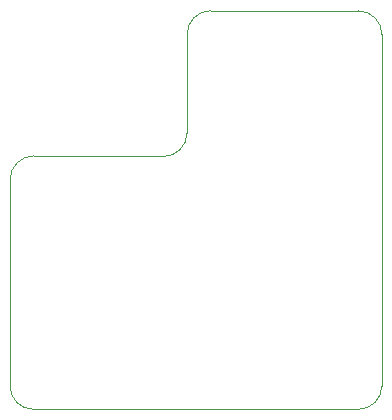
<source format=gbr>
%TF.GenerationSoftware,KiCad,Pcbnew,(6.0.7-1)-1*%
%TF.CreationDate,2022-09-30T15:44:05+02:00*%
%TF.ProjectId,tr707minus10v_kicad,74723730-376d-4696-9e75-733130765f6b,rev?*%
%TF.SameCoordinates,Original*%
%TF.FileFunction,Profile,NP*%
%FSLAX46Y46*%
G04 Gerber Fmt 4.6, Leading zero omitted, Abs format (unit mm)*
G04 Created by KiCad (PCBNEW (6.0.7-1)-1) date 2022-09-30 15:44:05*
%MOMM*%
%LPD*%
G01*
G04 APERTURE LIST*
%TA.AperFunction,Profile*%
%ADD10C,0.100000*%
%TD*%
G04 APERTURE END LIST*
D10*
X4614557Y23367843D02*
G75*
G03*
X2614557Y21367888I-57J-1999943D01*
G01*
X32085789Y35650594D02*
X19591881Y35659405D01*
X34085794Y33650594D02*
G75*
G03*
X32085789Y35650594I-1999994J6D01*
G01*
X4595821Y1904922D02*
X32085797Y1903868D01*
X2614557Y21367888D02*
X2595821Y3904922D01*
X32085797Y1903803D02*
G75*
G03*
X34085797Y3903868I-97J2000097D01*
G01*
X17591881Y33659405D02*
X17595000Y25319214D01*
X15595000Y23319200D02*
G75*
G03*
X17595000Y25319214I0J2000000D01*
G01*
X19591881Y35659419D02*
G75*
G03*
X17591881Y33659405I19J-2000019D01*
G01*
X34085797Y3903868D02*
X34085789Y33650594D01*
X2595822Y3904922D02*
G75*
G03*
X4595821Y1904922I1999978J-22D01*
G01*
X15595000Y23319214D02*
X4614557Y23367888D01*
M02*

</source>
